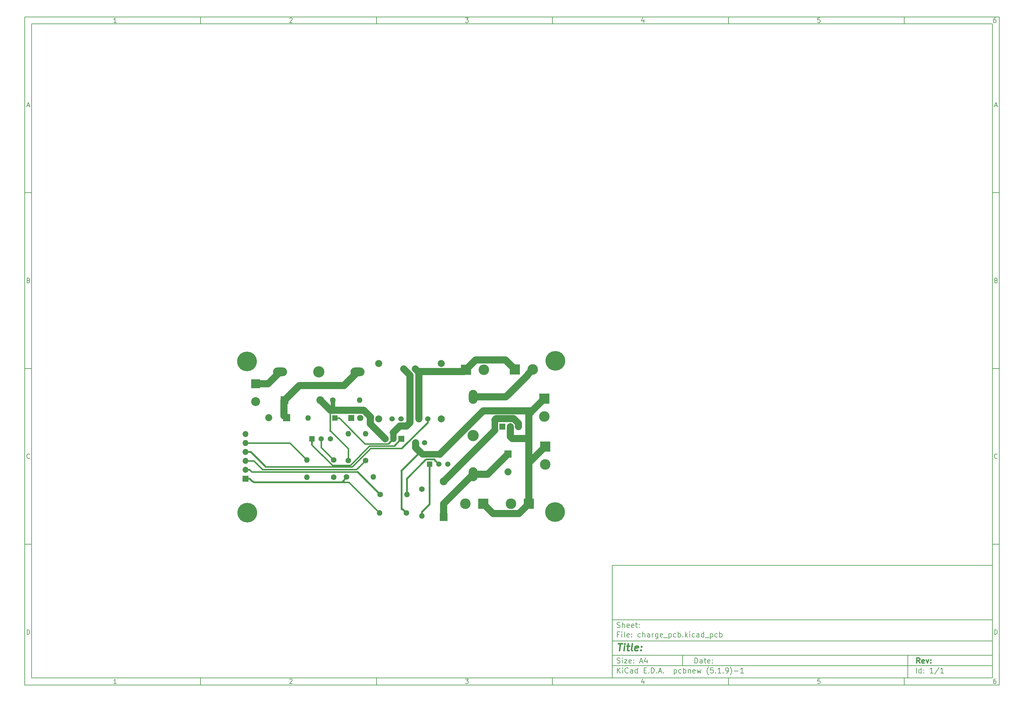
<source format=gbr>
%TF.GenerationSoftware,KiCad,Pcbnew,(5.1.9)-1*%
%TF.CreationDate,2021-04-13T21:26:07+02:00*%
%TF.ProjectId,charge_pcb,63686172-6765-45f7-9063-622e6b696361,rev?*%
%TF.SameCoordinates,Original*%
%TF.FileFunction,Copper,L2,Bot*%
%TF.FilePolarity,Positive*%
%FSLAX46Y46*%
G04 Gerber Fmt 4.6, Leading zero omitted, Abs format (unit mm)*
G04 Created by KiCad (PCBNEW (5.1.9)-1) date 2021-04-13 21:26:07*
%MOMM*%
%LPD*%
G01*
G04 APERTURE LIST*
%ADD10C,0.100000*%
%ADD11C,0.150000*%
%ADD12C,0.300000*%
%ADD13C,0.400000*%
%TA.AperFunction,ComponentPad*%
%ADD14C,3.000000*%
%TD*%
%TA.AperFunction,ComponentPad*%
%ADD15R,3.000000X3.000000*%
%TD*%
%TA.AperFunction,ConnectorPad*%
%ADD16C,5.600000*%
%TD*%
%TA.AperFunction,ComponentPad*%
%ADD17C,3.600000*%
%TD*%
%TA.AperFunction,ComponentPad*%
%ADD18C,1.800000*%
%TD*%
%TA.AperFunction,ComponentPad*%
%ADD19R,1.800000X1.800000*%
%TD*%
%TA.AperFunction,ComponentPad*%
%ADD20O,1.600000X1.600000*%
%TD*%
%TA.AperFunction,ComponentPad*%
%ADD21C,1.600000*%
%TD*%
%TA.AperFunction,ComponentPad*%
%ADD22C,1.524000*%
%TD*%
%TA.AperFunction,ComponentPad*%
%ADD23C,2.000000*%
%TD*%
%TA.AperFunction,ComponentPad*%
%ADD24O,1.714500X1.800000*%
%TD*%
%TA.AperFunction,ComponentPad*%
%ADD25R,1.714500X1.800000*%
%TD*%
%TA.AperFunction,ComponentPad*%
%ADD26R,1.500000X1.500000*%
%TD*%
%TA.AperFunction,ComponentPad*%
%ADD27C,1.500000*%
%TD*%
%TA.AperFunction,ComponentPad*%
%ADD28O,1.700000X1.700000*%
%TD*%
%TA.AperFunction,ComponentPad*%
%ADD29R,1.700000X1.700000*%
%TD*%
%TA.AperFunction,ComponentPad*%
%ADD30C,3.200000*%
%TD*%
%TA.AperFunction,ComponentPad*%
%ADD31O,2.499360X4.000500*%
%TD*%
%TA.AperFunction,ComponentPad*%
%ADD32O,4.000500X2.499360*%
%TD*%
%TA.AperFunction,ComponentPad*%
%ADD33O,2.200000X2.200000*%
%TD*%
%TA.AperFunction,ComponentPad*%
%ADD34R,2.200000X2.200000*%
%TD*%
%TA.AperFunction,ComponentPad*%
%ADD35O,2.000000X2.000000*%
%TD*%
%TA.AperFunction,ComponentPad*%
%ADD36R,2.000000X2.000000*%
%TD*%
%TA.AperFunction,ComponentPad*%
%ADD37R,1.600000X1.600000*%
%TD*%
%TA.AperFunction,ComponentPad*%
%ADD38C,1.501140*%
%TD*%
%TA.AperFunction,ComponentPad*%
%ADD39C,2.540000*%
%TD*%
%TA.AperFunction,ComponentPad*%
%ADD40R,2.540000X2.540000*%
%TD*%
%TA.AperFunction,Conductor*%
%ADD41C,2.000000*%
%TD*%
%TA.AperFunction,Conductor*%
%ADD42C,0.500000*%
%TD*%
%TA.AperFunction,Conductor*%
%ADD43C,1.900000*%
%TD*%
%TA.AperFunction,Conductor*%
%ADD44C,0.254000*%
%TD*%
%TA.AperFunction,Conductor*%
%ADD45C,0.400000*%
%TD*%
%TA.AperFunction,Conductor*%
%ADD46C,1.250000*%
%TD*%
%TA.AperFunction,Conductor*%
%ADD47C,1.800000*%
%TD*%
G04 APERTURE END LIST*
D10*
D11*
X177002200Y-166007200D02*
X177002200Y-198007200D01*
X285002200Y-198007200D01*
X285002200Y-166007200D01*
X177002200Y-166007200D01*
D10*
D11*
X10000000Y-10000000D02*
X10000000Y-200007200D01*
X287002200Y-200007200D01*
X287002200Y-10000000D01*
X10000000Y-10000000D01*
D10*
D11*
X12000000Y-12000000D02*
X12000000Y-198007200D01*
X285002200Y-198007200D01*
X285002200Y-12000000D01*
X12000000Y-12000000D01*
D10*
D11*
X60000000Y-12000000D02*
X60000000Y-10000000D01*
D10*
D11*
X110000000Y-12000000D02*
X110000000Y-10000000D01*
D10*
D11*
X160000000Y-12000000D02*
X160000000Y-10000000D01*
D10*
D11*
X210000000Y-12000000D02*
X210000000Y-10000000D01*
D10*
D11*
X260000000Y-12000000D02*
X260000000Y-10000000D01*
D10*
D11*
X36065476Y-11588095D02*
X35322619Y-11588095D01*
X35694047Y-11588095D02*
X35694047Y-10288095D01*
X35570238Y-10473809D01*
X35446428Y-10597619D01*
X35322619Y-10659523D01*
D10*
D11*
X85322619Y-10411904D02*
X85384523Y-10350000D01*
X85508333Y-10288095D01*
X85817857Y-10288095D01*
X85941666Y-10350000D01*
X86003571Y-10411904D01*
X86065476Y-10535714D01*
X86065476Y-10659523D01*
X86003571Y-10845238D01*
X85260714Y-11588095D01*
X86065476Y-11588095D01*
D10*
D11*
X135260714Y-10288095D02*
X136065476Y-10288095D01*
X135632142Y-10783333D01*
X135817857Y-10783333D01*
X135941666Y-10845238D01*
X136003571Y-10907142D01*
X136065476Y-11030952D01*
X136065476Y-11340476D01*
X136003571Y-11464285D01*
X135941666Y-11526190D01*
X135817857Y-11588095D01*
X135446428Y-11588095D01*
X135322619Y-11526190D01*
X135260714Y-11464285D01*
D10*
D11*
X185941666Y-10721428D02*
X185941666Y-11588095D01*
X185632142Y-10226190D02*
X185322619Y-11154761D01*
X186127380Y-11154761D01*
D10*
D11*
X236003571Y-10288095D02*
X235384523Y-10288095D01*
X235322619Y-10907142D01*
X235384523Y-10845238D01*
X235508333Y-10783333D01*
X235817857Y-10783333D01*
X235941666Y-10845238D01*
X236003571Y-10907142D01*
X236065476Y-11030952D01*
X236065476Y-11340476D01*
X236003571Y-11464285D01*
X235941666Y-11526190D01*
X235817857Y-11588095D01*
X235508333Y-11588095D01*
X235384523Y-11526190D01*
X235322619Y-11464285D01*
D10*
D11*
X285941666Y-10288095D02*
X285694047Y-10288095D01*
X285570238Y-10350000D01*
X285508333Y-10411904D01*
X285384523Y-10597619D01*
X285322619Y-10845238D01*
X285322619Y-11340476D01*
X285384523Y-11464285D01*
X285446428Y-11526190D01*
X285570238Y-11588095D01*
X285817857Y-11588095D01*
X285941666Y-11526190D01*
X286003571Y-11464285D01*
X286065476Y-11340476D01*
X286065476Y-11030952D01*
X286003571Y-10907142D01*
X285941666Y-10845238D01*
X285817857Y-10783333D01*
X285570238Y-10783333D01*
X285446428Y-10845238D01*
X285384523Y-10907142D01*
X285322619Y-11030952D01*
D10*
D11*
X60000000Y-198007200D02*
X60000000Y-200007200D01*
D10*
D11*
X110000000Y-198007200D02*
X110000000Y-200007200D01*
D10*
D11*
X160000000Y-198007200D02*
X160000000Y-200007200D01*
D10*
D11*
X210000000Y-198007200D02*
X210000000Y-200007200D01*
D10*
D11*
X260000000Y-198007200D02*
X260000000Y-200007200D01*
D10*
D11*
X36065476Y-199595295D02*
X35322619Y-199595295D01*
X35694047Y-199595295D02*
X35694047Y-198295295D01*
X35570238Y-198481009D01*
X35446428Y-198604819D01*
X35322619Y-198666723D01*
D10*
D11*
X85322619Y-198419104D02*
X85384523Y-198357200D01*
X85508333Y-198295295D01*
X85817857Y-198295295D01*
X85941666Y-198357200D01*
X86003571Y-198419104D01*
X86065476Y-198542914D01*
X86065476Y-198666723D01*
X86003571Y-198852438D01*
X85260714Y-199595295D01*
X86065476Y-199595295D01*
D10*
D11*
X135260714Y-198295295D02*
X136065476Y-198295295D01*
X135632142Y-198790533D01*
X135817857Y-198790533D01*
X135941666Y-198852438D01*
X136003571Y-198914342D01*
X136065476Y-199038152D01*
X136065476Y-199347676D01*
X136003571Y-199471485D01*
X135941666Y-199533390D01*
X135817857Y-199595295D01*
X135446428Y-199595295D01*
X135322619Y-199533390D01*
X135260714Y-199471485D01*
D10*
D11*
X185941666Y-198728628D02*
X185941666Y-199595295D01*
X185632142Y-198233390D02*
X185322619Y-199161961D01*
X186127380Y-199161961D01*
D10*
D11*
X236003571Y-198295295D02*
X235384523Y-198295295D01*
X235322619Y-198914342D01*
X235384523Y-198852438D01*
X235508333Y-198790533D01*
X235817857Y-198790533D01*
X235941666Y-198852438D01*
X236003571Y-198914342D01*
X236065476Y-199038152D01*
X236065476Y-199347676D01*
X236003571Y-199471485D01*
X235941666Y-199533390D01*
X235817857Y-199595295D01*
X235508333Y-199595295D01*
X235384523Y-199533390D01*
X235322619Y-199471485D01*
D10*
D11*
X285941666Y-198295295D02*
X285694047Y-198295295D01*
X285570238Y-198357200D01*
X285508333Y-198419104D01*
X285384523Y-198604819D01*
X285322619Y-198852438D01*
X285322619Y-199347676D01*
X285384523Y-199471485D01*
X285446428Y-199533390D01*
X285570238Y-199595295D01*
X285817857Y-199595295D01*
X285941666Y-199533390D01*
X286003571Y-199471485D01*
X286065476Y-199347676D01*
X286065476Y-199038152D01*
X286003571Y-198914342D01*
X285941666Y-198852438D01*
X285817857Y-198790533D01*
X285570238Y-198790533D01*
X285446428Y-198852438D01*
X285384523Y-198914342D01*
X285322619Y-199038152D01*
D10*
D11*
X10000000Y-60000000D02*
X12000000Y-60000000D01*
D10*
D11*
X10000000Y-110000000D02*
X12000000Y-110000000D01*
D10*
D11*
X10000000Y-160000000D02*
X12000000Y-160000000D01*
D10*
D11*
X10690476Y-35216666D02*
X11309523Y-35216666D01*
X10566666Y-35588095D02*
X11000000Y-34288095D01*
X11433333Y-35588095D01*
D10*
D11*
X11092857Y-84907142D02*
X11278571Y-84969047D01*
X11340476Y-85030952D01*
X11402380Y-85154761D01*
X11402380Y-85340476D01*
X11340476Y-85464285D01*
X11278571Y-85526190D01*
X11154761Y-85588095D01*
X10659523Y-85588095D01*
X10659523Y-84288095D01*
X11092857Y-84288095D01*
X11216666Y-84350000D01*
X11278571Y-84411904D01*
X11340476Y-84535714D01*
X11340476Y-84659523D01*
X11278571Y-84783333D01*
X11216666Y-84845238D01*
X11092857Y-84907142D01*
X10659523Y-84907142D01*
D10*
D11*
X11402380Y-135464285D02*
X11340476Y-135526190D01*
X11154761Y-135588095D01*
X11030952Y-135588095D01*
X10845238Y-135526190D01*
X10721428Y-135402380D01*
X10659523Y-135278571D01*
X10597619Y-135030952D01*
X10597619Y-134845238D01*
X10659523Y-134597619D01*
X10721428Y-134473809D01*
X10845238Y-134350000D01*
X11030952Y-134288095D01*
X11154761Y-134288095D01*
X11340476Y-134350000D01*
X11402380Y-134411904D01*
D10*
D11*
X10659523Y-185588095D02*
X10659523Y-184288095D01*
X10969047Y-184288095D01*
X11154761Y-184350000D01*
X11278571Y-184473809D01*
X11340476Y-184597619D01*
X11402380Y-184845238D01*
X11402380Y-185030952D01*
X11340476Y-185278571D01*
X11278571Y-185402380D01*
X11154761Y-185526190D01*
X10969047Y-185588095D01*
X10659523Y-185588095D01*
D10*
D11*
X287002200Y-60000000D02*
X285002200Y-60000000D01*
D10*
D11*
X287002200Y-110000000D02*
X285002200Y-110000000D01*
D10*
D11*
X287002200Y-160000000D02*
X285002200Y-160000000D01*
D10*
D11*
X285692676Y-35216666D02*
X286311723Y-35216666D01*
X285568866Y-35588095D02*
X286002200Y-34288095D01*
X286435533Y-35588095D01*
D10*
D11*
X286095057Y-84907142D02*
X286280771Y-84969047D01*
X286342676Y-85030952D01*
X286404580Y-85154761D01*
X286404580Y-85340476D01*
X286342676Y-85464285D01*
X286280771Y-85526190D01*
X286156961Y-85588095D01*
X285661723Y-85588095D01*
X285661723Y-84288095D01*
X286095057Y-84288095D01*
X286218866Y-84350000D01*
X286280771Y-84411904D01*
X286342676Y-84535714D01*
X286342676Y-84659523D01*
X286280771Y-84783333D01*
X286218866Y-84845238D01*
X286095057Y-84907142D01*
X285661723Y-84907142D01*
D10*
D11*
X286404580Y-135464285D02*
X286342676Y-135526190D01*
X286156961Y-135588095D01*
X286033152Y-135588095D01*
X285847438Y-135526190D01*
X285723628Y-135402380D01*
X285661723Y-135278571D01*
X285599819Y-135030952D01*
X285599819Y-134845238D01*
X285661723Y-134597619D01*
X285723628Y-134473809D01*
X285847438Y-134350000D01*
X286033152Y-134288095D01*
X286156961Y-134288095D01*
X286342676Y-134350000D01*
X286404580Y-134411904D01*
D10*
D11*
X285661723Y-185588095D02*
X285661723Y-184288095D01*
X285971247Y-184288095D01*
X286156961Y-184350000D01*
X286280771Y-184473809D01*
X286342676Y-184597619D01*
X286404580Y-184845238D01*
X286404580Y-185030952D01*
X286342676Y-185278571D01*
X286280771Y-185402380D01*
X286156961Y-185526190D01*
X285971247Y-185588095D01*
X285661723Y-185588095D01*
D10*
D11*
X200434342Y-193785771D02*
X200434342Y-192285771D01*
X200791485Y-192285771D01*
X201005771Y-192357200D01*
X201148628Y-192500057D01*
X201220057Y-192642914D01*
X201291485Y-192928628D01*
X201291485Y-193142914D01*
X201220057Y-193428628D01*
X201148628Y-193571485D01*
X201005771Y-193714342D01*
X200791485Y-193785771D01*
X200434342Y-193785771D01*
X202577200Y-193785771D02*
X202577200Y-193000057D01*
X202505771Y-192857200D01*
X202362914Y-192785771D01*
X202077200Y-192785771D01*
X201934342Y-192857200D01*
X202577200Y-193714342D02*
X202434342Y-193785771D01*
X202077200Y-193785771D01*
X201934342Y-193714342D01*
X201862914Y-193571485D01*
X201862914Y-193428628D01*
X201934342Y-193285771D01*
X202077200Y-193214342D01*
X202434342Y-193214342D01*
X202577200Y-193142914D01*
X203077200Y-192785771D02*
X203648628Y-192785771D01*
X203291485Y-192285771D02*
X203291485Y-193571485D01*
X203362914Y-193714342D01*
X203505771Y-193785771D01*
X203648628Y-193785771D01*
X204720057Y-193714342D02*
X204577200Y-193785771D01*
X204291485Y-193785771D01*
X204148628Y-193714342D01*
X204077200Y-193571485D01*
X204077200Y-193000057D01*
X204148628Y-192857200D01*
X204291485Y-192785771D01*
X204577200Y-192785771D01*
X204720057Y-192857200D01*
X204791485Y-193000057D01*
X204791485Y-193142914D01*
X204077200Y-193285771D01*
X205434342Y-193642914D02*
X205505771Y-193714342D01*
X205434342Y-193785771D01*
X205362914Y-193714342D01*
X205434342Y-193642914D01*
X205434342Y-193785771D01*
X205434342Y-192857200D02*
X205505771Y-192928628D01*
X205434342Y-193000057D01*
X205362914Y-192928628D01*
X205434342Y-192857200D01*
X205434342Y-193000057D01*
D10*
D11*
X177002200Y-194507200D02*
X285002200Y-194507200D01*
D10*
D11*
X178434342Y-196585771D02*
X178434342Y-195085771D01*
X179291485Y-196585771D02*
X178648628Y-195728628D01*
X179291485Y-195085771D02*
X178434342Y-195942914D01*
X179934342Y-196585771D02*
X179934342Y-195585771D01*
X179934342Y-195085771D02*
X179862914Y-195157200D01*
X179934342Y-195228628D01*
X180005771Y-195157200D01*
X179934342Y-195085771D01*
X179934342Y-195228628D01*
X181505771Y-196442914D02*
X181434342Y-196514342D01*
X181220057Y-196585771D01*
X181077200Y-196585771D01*
X180862914Y-196514342D01*
X180720057Y-196371485D01*
X180648628Y-196228628D01*
X180577200Y-195942914D01*
X180577200Y-195728628D01*
X180648628Y-195442914D01*
X180720057Y-195300057D01*
X180862914Y-195157200D01*
X181077200Y-195085771D01*
X181220057Y-195085771D01*
X181434342Y-195157200D01*
X181505771Y-195228628D01*
X182791485Y-196585771D02*
X182791485Y-195800057D01*
X182720057Y-195657200D01*
X182577200Y-195585771D01*
X182291485Y-195585771D01*
X182148628Y-195657200D01*
X182791485Y-196514342D02*
X182648628Y-196585771D01*
X182291485Y-196585771D01*
X182148628Y-196514342D01*
X182077200Y-196371485D01*
X182077200Y-196228628D01*
X182148628Y-196085771D01*
X182291485Y-196014342D01*
X182648628Y-196014342D01*
X182791485Y-195942914D01*
X184148628Y-196585771D02*
X184148628Y-195085771D01*
X184148628Y-196514342D02*
X184005771Y-196585771D01*
X183720057Y-196585771D01*
X183577200Y-196514342D01*
X183505771Y-196442914D01*
X183434342Y-196300057D01*
X183434342Y-195871485D01*
X183505771Y-195728628D01*
X183577200Y-195657200D01*
X183720057Y-195585771D01*
X184005771Y-195585771D01*
X184148628Y-195657200D01*
X186005771Y-195800057D02*
X186505771Y-195800057D01*
X186720057Y-196585771D02*
X186005771Y-196585771D01*
X186005771Y-195085771D01*
X186720057Y-195085771D01*
X187362914Y-196442914D02*
X187434342Y-196514342D01*
X187362914Y-196585771D01*
X187291485Y-196514342D01*
X187362914Y-196442914D01*
X187362914Y-196585771D01*
X188077200Y-196585771D02*
X188077200Y-195085771D01*
X188434342Y-195085771D01*
X188648628Y-195157200D01*
X188791485Y-195300057D01*
X188862914Y-195442914D01*
X188934342Y-195728628D01*
X188934342Y-195942914D01*
X188862914Y-196228628D01*
X188791485Y-196371485D01*
X188648628Y-196514342D01*
X188434342Y-196585771D01*
X188077200Y-196585771D01*
X189577200Y-196442914D02*
X189648628Y-196514342D01*
X189577200Y-196585771D01*
X189505771Y-196514342D01*
X189577200Y-196442914D01*
X189577200Y-196585771D01*
X190220057Y-196157200D02*
X190934342Y-196157200D01*
X190077200Y-196585771D02*
X190577200Y-195085771D01*
X191077200Y-196585771D01*
X191577200Y-196442914D02*
X191648628Y-196514342D01*
X191577200Y-196585771D01*
X191505771Y-196514342D01*
X191577200Y-196442914D01*
X191577200Y-196585771D01*
X194577200Y-195585771D02*
X194577200Y-197085771D01*
X194577200Y-195657200D02*
X194720057Y-195585771D01*
X195005771Y-195585771D01*
X195148628Y-195657200D01*
X195220057Y-195728628D01*
X195291485Y-195871485D01*
X195291485Y-196300057D01*
X195220057Y-196442914D01*
X195148628Y-196514342D01*
X195005771Y-196585771D01*
X194720057Y-196585771D01*
X194577200Y-196514342D01*
X196577200Y-196514342D02*
X196434342Y-196585771D01*
X196148628Y-196585771D01*
X196005771Y-196514342D01*
X195934342Y-196442914D01*
X195862914Y-196300057D01*
X195862914Y-195871485D01*
X195934342Y-195728628D01*
X196005771Y-195657200D01*
X196148628Y-195585771D01*
X196434342Y-195585771D01*
X196577200Y-195657200D01*
X197220057Y-196585771D02*
X197220057Y-195085771D01*
X197220057Y-195657200D02*
X197362914Y-195585771D01*
X197648628Y-195585771D01*
X197791485Y-195657200D01*
X197862914Y-195728628D01*
X197934342Y-195871485D01*
X197934342Y-196300057D01*
X197862914Y-196442914D01*
X197791485Y-196514342D01*
X197648628Y-196585771D01*
X197362914Y-196585771D01*
X197220057Y-196514342D01*
X198577200Y-195585771D02*
X198577200Y-196585771D01*
X198577200Y-195728628D02*
X198648628Y-195657200D01*
X198791485Y-195585771D01*
X199005771Y-195585771D01*
X199148628Y-195657200D01*
X199220057Y-195800057D01*
X199220057Y-196585771D01*
X200505771Y-196514342D02*
X200362914Y-196585771D01*
X200077200Y-196585771D01*
X199934342Y-196514342D01*
X199862914Y-196371485D01*
X199862914Y-195800057D01*
X199934342Y-195657200D01*
X200077200Y-195585771D01*
X200362914Y-195585771D01*
X200505771Y-195657200D01*
X200577200Y-195800057D01*
X200577200Y-195942914D01*
X199862914Y-196085771D01*
X201077200Y-195585771D02*
X201362914Y-196585771D01*
X201648628Y-195871485D01*
X201934342Y-196585771D01*
X202220057Y-195585771D01*
X204362914Y-197157200D02*
X204291485Y-197085771D01*
X204148628Y-196871485D01*
X204077200Y-196728628D01*
X204005771Y-196514342D01*
X203934342Y-196157200D01*
X203934342Y-195871485D01*
X204005771Y-195514342D01*
X204077200Y-195300057D01*
X204148628Y-195157200D01*
X204291485Y-194942914D01*
X204362914Y-194871485D01*
X205648628Y-195085771D02*
X204934342Y-195085771D01*
X204862914Y-195800057D01*
X204934342Y-195728628D01*
X205077200Y-195657200D01*
X205434342Y-195657200D01*
X205577200Y-195728628D01*
X205648628Y-195800057D01*
X205720057Y-195942914D01*
X205720057Y-196300057D01*
X205648628Y-196442914D01*
X205577200Y-196514342D01*
X205434342Y-196585771D01*
X205077200Y-196585771D01*
X204934342Y-196514342D01*
X204862914Y-196442914D01*
X206362914Y-196442914D02*
X206434342Y-196514342D01*
X206362914Y-196585771D01*
X206291485Y-196514342D01*
X206362914Y-196442914D01*
X206362914Y-196585771D01*
X207862914Y-196585771D02*
X207005771Y-196585771D01*
X207434342Y-196585771D02*
X207434342Y-195085771D01*
X207291485Y-195300057D01*
X207148628Y-195442914D01*
X207005771Y-195514342D01*
X208505771Y-196442914D02*
X208577200Y-196514342D01*
X208505771Y-196585771D01*
X208434342Y-196514342D01*
X208505771Y-196442914D01*
X208505771Y-196585771D01*
X209291485Y-196585771D02*
X209577200Y-196585771D01*
X209720057Y-196514342D01*
X209791485Y-196442914D01*
X209934342Y-196228628D01*
X210005771Y-195942914D01*
X210005771Y-195371485D01*
X209934342Y-195228628D01*
X209862914Y-195157200D01*
X209720057Y-195085771D01*
X209434342Y-195085771D01*
X209291485Y-195157200D01*
X209220057Y-195228628D01*
X209148628Y-195371485D01*
X209148628Y-195728628D01*
X209220057Y-195871485D01*
X209291485Y-195942914D01*
X209434342Y-196014342D01*
X209720057Y-196014342D01*
X209862914Y-195942914D01*
X209934342Y-195871485D01*
X210005771Y-195728628D01*
X210505771Y-197157200D02*
X210577200Y-197085771D01*
X210720057Y-196871485D01*
X210791485Y-196728628D01*
X210862914Y-196514342D01*
X210934342Y-196157200D01*
X210934342Y-195871485D01*
X210862914Y-195514342D01*
X210791485Y-195300057D01*
X210720057Y-195157200D01*
X210577200Y-194942914D01*
X210505771Y-194871485D01*
X211648628Y-196014342D02*
X212791485Y-196014342D01*
X214291485Y-196585771D02*
X213434342Y-196585771D01*
X213862914Y-196585771D02*
X213862914Y-195085771D01*
X213720057Y-195300057D01*
X213577200Y-195442914D01*
X213434342Y-195514342D01*
D10*
D11*
X177002200Y-191507200D02*
X285002200Y-191507200D01*
D10*
D12*
X264411485Y-193785771D02*
X263911485Y-193071485D01*
X263554342Y-193785771D02*
X263554342Y-192285771D01*
X264125771Y-192285771D01*
X264268628Y-192357200D01*
X264340057Y-192428628D01*
X264411485Y-192571485D01*
X264411485Y-192785771D01*
X264340057Y-192928628D01*
X264268628Y-193000057D01*
X264125771Y-193071485D01*
X263554342Y-193071485D01*
X265625771Y-193714342D02*
X265482914Y-193785771D01*
X265197200Y-193785771D01*
X265054342Y-193714342D01*
X264982914Y-193571485D01*
X264982914Y-193000057D01*
X265054342Y-192857200D01*
X265197200Y-192785771D01*
X265482914Y-192785771D01*
X265625771Y-192857200D01*
X265697200Y-193000057D01*
X265697200Y-193142914D01*
X264982914Y-193285771D01*
X266197200Y-192785771D02*
X266554342Y-193785771D01*
X266911485Y-192785771D01*
X267482914Y-193642914D02*
X267554342Y-193714342D01*
X267482914Y-193785771D01*
X267411485Y-193714342D01*
X267482914Y-193642914D01*
X267482914Y-193785771D01*
X267482914Y-192857200D02*
X267554342Y-192928628D01*
X267482914Y-193000057D01*
X267411485Y-192928628D01*
X267482914Y-192857200D01*
X267482914Y-193000057D01*
D10*
D11*
X178362914Y-193714342D02*
X178577200Y-193785771D01*
X178934342Y-193785771D01*
X179077200Y-193714342D01*
X179148628Y-193642914D01*
X179220057Y-193500057D01*
X179220057Y-193357200D01*
X179148628Y-193214342D01*
X179077200Y-193142914D01*
X178934342Y-193071485D01*
X178648628Y-193000057D01*
X178505771Y-192928628D01*
X178434342Y-192857200D01*
X178362914Y-192714342D01*
X178362914Y-192571485D01*
X178434342Y-192428628D01*
X178505771Y-192357200D01*
X178648628Y-192285771D01*
X179005771Y-192285771D01*
X179220057Y-192357200D01*
X179862914Y-193785771D02*
X179862914Y-192785771D01*
X179862914Y-192285771D02*
X179791485Y-192357200D01*
X179862914Y-192428628D01*
X179934342Y-192357200D01*
X179862914Y-192285771D01*
X179862914Y-192428628D01*
X180434342Y-192785771D02*
X181220057Y-192785771D01*
X180434342Y-193785771D01*
X181220057Y-193785771D01*
X182362914Y-193714342D02*
X182220057Y-193785771D01*
X181934342Y-193785771D01*
X181791485Y-193714342D01*
X181720057Y-193571485D01*
X181720057Y-193000057D01*
X181791485Y-192857200D01*
X181934342Y-192785771D01*
X182220057Y-192785771D01*
X182362914Y-192857200D01*
X182434342Y-193000057D01*
X182434342Y-193142914D01*
X181720057Y-193285771D01*
X183077200Y-193642914D02*
X183148628Y-193714342D01*
X183077200Y-193785771D01*
X183005771Y-193714342D01*
X183077200Y-193642914D01*
X183077200Y-193785771D01*
X183077200Y-192857200D02*
X183148628Y-192928628D01*
X183077200Y-193000057D01*
X183005771Y-192928628D01*
X183077200Y-192857200D01*
X183077200Y-193000057D01*
X184862914Y-193357200D02*
X185577200Y-193357200D01*
X184720057Y-193785771D02*
X185220057Y-192285771D01*
X185720057Y-193785771D01*
X186862914Y-192785771D02*
X186862914Y-193785771D01*
X186505771Y-192214342D02*
X186148628Y-193285771D01*
X187077200Y-193285771D01*
D10*
D11*
X263434342Y-196585771D02*
X263434342Y-195085771D01*
X264791485Y-196585771D02*
X264791485Y-195085771D01*
X264791485Y-196514342D02*
X264648628Y-196585771D01*
X264362914Y-196585771D01*
X264220057Y-196514342D01*
X264148628Y-196442914D01*
X264077200Y-196300057D01*
X264077200Y-195871485D01*
X264148628Y-195728628D01*
X264220057Y-195657200D01*
X264362914Y-195585771D01*
X264648628Y-195585771D01*
X264791485Y-195657200D01*
X265505771Y-196442914D02*
X265577200Y-196514342D01*
X265505771Y-196585771D01*
X265434342Y-196514342D01*
X265505771Y-196442914D01*
X265505771Y-196585771D01*
X265505771Y-195657200D02*
X265577200Y-195728628D01*
X265505771Y-195800057D01*
X265434342Y-195728628D01*
X265505771Y-195657200D01*
X265505771Y-195800057D01*
X268148628Y-196585771D02*
X267291485Y-196585771D01*
X267720057Y-196585771D02*
X267720057Y-195085771D01*
X267577200Y-195300057D01*
X267434342Y-195442914D01*
X267291485Y-195514342D01*
X269862914Y-195014342D02*
X268577200Y-196942914D01*
X271148628Y-196585771D02*
X270291485Y-196585771D01*
X270720057Y-196585771D02*
X270720057Y-195085771D01*
X270577200Y-195300057D01*
X270434342Y-195442914D01*
X270291485Y-195514342D01*
D10*
D11*
X177002200Y-187507200D02*
X285002200Y-187507200D01*
D10*
D13*
X178714580Y-188211961D02*
X179857438Y-188211961D01*
X179036009Y-190211961D02*
X179286009Y-188211961D01*
X180274104Y-190211961D02*
X180440771Y-188878628D01*
X180524104Y-188211961D02*
X180416961Y-188307200D01*
X180500295Y-188402438D01*
X180607438Y-188307200D01*
X180524104Y-188211961D01*
X180500295Y-188402438D01*
X181107438Y-188878628D02*
X181869342Y-188878628D01*
X181476485Y-188211961D02*
X181262200Y-189926247D01*
X181333628Y-190116723D01*
X181512200Y-190211961D01*
X181702676Y-190211961D01*
X182655057Y-190211961D02*
X182476485Y-190116723D01*
X182405057Y-189926247D01*
X182619342Y-188211961D01*
X184190771Y-190116723D02*
X183988390Y-190211961D01*
X183607438Y-190211961D01*
X183428866Y-190116723D01*
X183357438Y-189926247D01*
X183452676Y-189164342D01*
X183571723Y-188973866D01*
X183774104Y-188878628D01*
X184155057Y-188878628D01*
X184333628Y-188973866D01*
X184405057Y-189164342D01*
X184381247Y-189354819D01*
X183405057Y-189545295D01*
X185155057Y-190021485D02*
X185238390Y-190116723D01*
X185131247Y-190211961D01*
X185047914Y-190116723D01*
X185155057Y-190021485D01*
X185131247Y-190211961D01*
X185286009Y-188973866D02*
X185369342Y-189069104D01*
X185262200Y-189164342D01*
X185178866Y-189069104D01*
X185286009Y-188973866D01*
X185262200Y-189164342D01*
D10*
D11*
X178934342Y-185600057D02*
X178434342Y-185600057D01*
X178434342Y-186385771D02*
X178434342Y-184885771D01*
X179148628Y-184885771D01*
X179720057Y-186385771D02*
X179720057Y-185385771D01*
X179720057Y-184885771D02*
X179648628Y-184957200D01*
X179720057Y-185028628D01*
X179791485Y-184957200D01*
X179720057Y-184885771D01*
X179720057Y-185028628D01*
X180648628Y-186385771D02*
X180505771Y-186314342D01*
X180434342Y-186171485D01*
X180434342Y-184885771D01*
X181791485Y-186314342D02*
X181648628Y-186385771D01*
X181362914Y-186385771D01*
X181220057Y-186314342D01*
X181148628Y-186171485D01*
X181148628Y-185600057D01*
X181220057Y-185457200D01*
X181362914Y-185385771D01*
X181648628Y-185385771D01*
X181791485Y-185457200D01*
X181862914Y-185600057D01*
X181862914Y-185742914D01*
X181148628Y-185885771D01*
X182505771Y-186242914D02*
X182577200Y-186314342D01*
X182505771Y-186385771D01*
X182434342Y-186314342D01*
X182505771Y-186242914D01*
X182505771Y-186385771D01*
X182505771Y-185457200D02*
X182577200Y-185528628D01*
X182505771Y-185600057D01*
X182434342Y-185528628D01*
X182505771Y-185457200D01*
X182505771Y-185600057D01*
X185005771Y-186314342D02*
X184862914Y-186385771D01*
X184577200Y-186385771D01*
X184434342Y-186314342D01*
X184362914Y-186242914D01*
X184291485Y-186100057D01*
X184291485Y-185671485D01*
X184362914Y-185528628D01*
X184434342Y-185457200D01*
X184577200Y-185385771D01*
X184862914Y-185385771D01*
X185005771Y-185457200D01*
X185648628Y-186385771D02*
X185648628Y-184885771D01*
X186291485Y-186385771D02*
X186291485Y-185600057D01*
X186220057Y-185457200D01*
X186077200Y-185385771D01*
X185862914Y-185385771D01*
X185720057Y-185457200D01*
X185648628Y-185528628D01*
X187648628Y-186385771D02*
X187648628Y-185600057D01*
X187577200Y-185457200D01*
X187434342Y-185385771D01*
X187148628Y-185385771D01*
X187005771Y-185457200D01*
X187648628Y-186314342D02*
X187505771Y-186385771D01*
X187148628Y-186385771D01*
X187005771Y-186314342D01*
X186934342Y-186171485D01*
X186934342Y-186028628D01*
X187005771Y-185885771D01*
X187148628Y-185814342D01*
X187505771Y-185814342D01*
X187648628Y-185742914D01*
X188362914Y-186385771D02*
X188362914Y-185385771D01*
X188362914Y-185671485D02*
X188434342Y-185528628D01*
X188505771Y-185457200D01*
X188648628Y-185385771D01*
X188791485Y-185385771D01*
X189934342Y-185385771D02*
X189934342Y-186600057D01*
X189862914Y-186742914D01*
X189791485Y-186814342D01*
X189648628Y-186885771D01*
X189434342Y-186885771D01*
X189291485Y-186814342D01*
X189934342Y-186314342D02*
X189791485Y-186385771D01*
X189505771Y-186385771D01*
X189362914Y-186314342D01*
X189291485Y-186242914D01*
X189220057Y-186100057D01*
X189220057Y-185671485D01*
X189291485Y-185528628D01*
X189362914Y-185457200D01*
X189505771Y-185385771D01*
X189791485Y-185385771D01*
X189934342Y-185457200D01*
X191220057Y-186314342D02*
X191077200Y-186385771D01*
X190791485Y-186385771D01*
X190648628Y-186314342D01*
X190577200Y-186171485D01*
X190577200Y-185600057D01*
X190648628Y-185457200D01*
X190791485Y-185385771D01*
X191077200Y-185385771D01*
X191220057Y-185457200D01*
X191291485Y-185600057D01*
X191291485Y-185742914D01*
X190577200Y-185885771D01*
X191577200Y-186528628D02*
X192720057Y-186528628D01*
X193077200Y-185385771D02*
X193077200Y-186885771D01*
X193077200Y-185457200D02*
X193220057Y-185385771D01*
X193505771Y-185385771D01*
X193648628Y-185457200D01*
X193720057Y-185528628D01*
X193791485Y-185671485D01*
X193791485Y-186100057D01*
X193720057Y-186242914D01*
X193648628Y-186314342D01*
X193505771Y-186385771D01*
X193220057Y-186385771D01*
X193077200Y-186314342D01*
X195077200Y-186314342D02*
X194934342Y-186385771D01*
X194648628Y-186385771D01*
X194505771Y-186314342D01*
X194434342Y-186242914D01*
X194362914Y-186100057D01*
X194362914Y-185671485D01*
X194434342Y-185528628D01*
X194505771Y-185457200D01*
X194648628Y-185385771D01*
X194934342Y-185385771D01*
X195077200Y-185457200D01*
X195720057Y-186385771D02*
X195720057Y-184885771D01*
X195720057Y-185457200D02*
X195862914Y-185385771D01*
X196148628Y-185385771D01*
X196291485Y-185457200D01*
X196362914Y-185528628D01*
X196434342Y-185671485D01*
X196434342Y-186100057D01*
X196362914Y-186242914D01*
X196291485Y-186314342D01*
X196148628Y-186385771D01*
X195862914Y-186385771D01*
X195720057Y-186314342D01*
X197077200Y-186242914D02*
X197148628Y-186314342D01*
X197077200Y-186385771D01*
X197005771Y-186314342D01*
X197077200Y-186242914D01*
X197077200Y-186385771D01*
X197791485Y-186385771D02*
X197791485Y-184885771D01*
X197934342Y-185814342D02*
X198362914Y-186385771D01*
X198362914Y-185385771D02*
X197791485Y-185957200D01*
X199005771Y-186385771D02*
X199005771Y-185385771D01*
X199005771Y-184885771D02*
X198934342Y-184957200D01*
X199005771Y-185028628D01*
X199077200Y-184957200D01*
X199005771Y-184885771D01*
X199005771Y-185028628D01*
X200362914Y-186314342D02*
X200220057Y-186385771D01*
X199934342Y-186385771D01*
X199791485Y-186314342D01*
X199720057Y-186242914D01*
X199648628Y-186100057D01*
X199648628Y-185671485D01*
X199720057Y-185528628D01*
X199791485Y-185457200D01*
X199934342Y-185385771D01*
X200220057Y-185385771D01*
X200362914Y-185457200D01*
X201648628Y-186385771D02*
X201648628Y-185600057D01*
X201577200Y-185457200D01*
X201434342Y-185385771D01*
X201148628Y-185385771D01*
X201005771Y-185457200D01*
X201648628Y-186314342D02*
X201505771Y-186385771D01*
X201148628Y-186385771D01*
X201005771Y-186314342D01*
X200934342Y-186171485D01*
X200934342Y-186028628D01*
X201005771Y-185885771D01*
X201148628Y-185814342D01*
X201505771Y-185814342D01*
X201648628Y-185742914D01*
X203005771Y-186385771D02*
X203005771Y-184885771D01*
X203005771Y-186314342D02*
X202862914Y-186385771D01*
X202577200Y-186385771D01*
X202434342Y-186314342D01*
X202362914Y-186242914D01*
X202291485Y-186100057D01*
X202291485Y-185671485D01*
X202362914Y-185528628D01*
X202434342Y-185457200D01*
X202577200Y-185385771D01*
X202862914Y-185385771D01*
X203005771Y-185457200D01*
X203362914Y-186528628D02*
X204505771Y-186528628D01*
X204862914Y-185385771D02*
X204862914Y-186885771D01*
X204862914Y-185457200D02*
X205005771Y-185385771D01*
X205291485Y-185385771D01*
X205434342Y-185457200D01*
X205505771Y-185528628D01*
X205577200Y-185671485D01*
X205577200Y-186100057D01*
X205505771Y-186242914D01*
X205434342Y-186314342D01*
X205291485Y-186385771D01*
X205005771Y-186385771D01*
X204862914Y-186314342D01*
X206862914Y-186314342D02*
X206720057Y-186385771D01*
X206434342Y-186385771D01*
X206291485Y-186314342D01*
X206220057Y-186242914D01*
X206148628Y-186100057D01*
X206148628Y-185671485D01*
X206220057Y-185528628D01*
X206291485Y-185457200D01*
X206434342Y-185385771D01*
X206720057Y-185385771D01*
X206862914Y-185457200D01*
X207505771Y-186385771D02*
X207505771Y-184885771D01*
X207505771Y-185457200D02*
X207648628Y-185385771D01*
X207934342Y-185385771D01*
X208077200Y-185457200D01*
X208148628Y-185528628D01*
X208220057Y-185671485D01*
X208220057Y-186100057D01*
X208148628Y-186242914D01*
X208077200Y-186314342D01*
X207934342Y-186385771D01*
X207648628Y-186385771D01*
X207505771Y-186314342D01*
D10*
D11*
X177002200Y-181507200D02*
X285002200Y-181507200D01*
D10*
D11*
X178362914Y-183614342D02*
X178577200Y-183685771D01*
X178934342Y-183685771D01*
X179077200Y-183614342D01*
X179148628Y-183542914D01*
X179220057Y-183400057D01*
X179220057Y-183257200D01*
X179148628Y-183114342D01*
X179077200Y-183042914D01*
X178934342Y-182971485D01*
X178648628Y-182900057D01*
X178505771Y-182828628D01*
X178434342Y-182757200D01*
X178362914Y-182614342D01*
X178362914Y-182471485D01*
X178434342Y-182328628D01*
X178505771Y-182257200D01*
X178648628Y-182185771D01*
X179005771Y-182185771D01*
X179220057Y-182257200D01*
X179862914Y-183685771D02*
X179862914Y-182185771D01*
X180505771Y-183685771D02*
X180505771Y-182900057D01*
X180434342Y-182757200D01*
X180291485Y-182685771D01*
X180077200Y-182685771D01*
X179934342Y-182757200D01*
X179862914Y-182828628D01*
X181791485Y-183614342D02*
X181648628Y-183685771D01*
X181362914Y-183685771D01*
X181220057Y-183614342D01*
X181148628Y-183471485D01*
X181148628Y-182900057D01*
X181220057Y-182757200D01*
X181362914Y-182685771D01*
X181648628Y-182685771D01*
X181791485Y-182757200D01*
X181862914Y-182900057D01*
X181862914Y-183042914D01*
X181148628Y-183185771D01*
X183077200Y-183614342D02*
X182934342Y-183685771D01*
X182648628Y-183685771D01*
X182505771Y-183614342D01*
X182434342Y-183471485D01*
X182434342Y-182900057D01*
X182505771Y-182757200D01*
X182648628Y-182685771D01*
X182934342Y-182685771D01*
X183077200Y-182757200D01*
X183148628Y-182900057D01*
X183148628Y-183042914D01*
X182434342Y-183185771D01*
X183577200Y-182685771D02*
X184148628Y-182685771D01*
X183791485Y-182185771D02*
X183791485Y-183471485D01*
X183862914Y-183614342D01*
X184005771Y-183685771D01*
X184148628Y-183685771D01*
X184648628Y-183542914D02*
X184720057Y-183614342D01*
X184648628Y-183685771D01*
X184577200Y-183614342D01*
X184648628Y-183542914D01*
X184648628Y-183685771D01*
X184648628Y-182757200D02*
X184720057Y-182828628D01*
X184648628Y-182900057D01*
X184577200Y-182828628D01*
X184648628Y-182757200D01*
X184648628Y-182900057D01*
D10*
D11*
X197002200Y-191507200D02*
X197002200Y-194507200D01*
D10*
D11*
X261002200Y-191507200D02*
X261002200Y-198007200D01*
D14*
%TO.P,J3,2*%
%TO.N,Net-(F2-Pad1)*%
X154400000Y-110260000D03*
D15*
%TO.P,J3,1*%
%TO.N,Net-(J2-Pad1)*%
X149320000Y-110260000D03*
%TD*%
D16*
%TO.P,H2,1*%
%TO.N,GND*%
X160830000Y-107840000D03*
D17*
X160830000Y-107840000D03*
%TD*%
D16*
%TO.P,H4,1*%
%TO.N,GND*%
X73250000Y-150970000D03*
D17*
X73250000Y-150970000D03*
%TD*%
D16*
%TO.P,H3,1*%
%TO.N,GND*%
X160750000Y-150820000D03*
D17*
X160750000Y-150820000D03*
%TD*%
D16*
%TO.P,H1,1*%
%TO.N,GND*%
X73160000Y-107940000D03*
D17*
X73160000Y-107940000D03*
%TD*%
D18*
%TO.P,D6,2*%
%TO.N,Net-(D6-Pad2)*%
X105370000Y-124050000D03*
D19*
%TO.P,D6,1*%
%TO.N,GND*%
X102830000Y-124050000D03*
%TD*%
D20*
%TO.P,R9,2*%
%TO.N,Net-(D6-Pad2)*%
X105220000Y-119010000D03*
D21*
%TO.P,R9,1*%
%TO.N,Net-(D2-Pad2)*%
X97600000Y-119010000D03*
%TD*%
D22*
%TO.P,U1,4*%
%TO.N,Net-(J2-Pad1)*%
X122010000Y-121790000D03*
%TO.P,U1,5*%
%TO.N,Net-(D3-Pad1)*%
X119470000Y-121790000D03*
X119470000Y-124330000D03*
%TO.P,U1,4*%
%TO.N,Net-(J2-Pad1)*%
X122010000Y-124330000D03*
D23*
%TO.P,U1,*%
%TO.N,*%
X128360000Y-108582000D03*
X110580000Y-108582000D03*
X128360000Y-124330000D03*
X110580000Y-124330000D03*
D22*
%TO.P,U1,4*%
%TO.N,Net-(J2-Pad1)*%
X120994000Y-110106000D03*
%TO.P,U1,5*%
%TO.N,Net-(D3-Pad1)*%
X117692000Y-110106000D03*
%TO.P,U1,3*%
%TO.N,pinChargeCurrent*%
X124550000Y-124330000D03*
%TO.P,U1,1*%
%TO.N,+3V3*%
X114390000Y-124330000D03*
%TO.P,U1,2*%
%TO.N,GND*%
X116930000Y-124330000D03*
%TD*%
D20*
%TO.P,R8,2*%
%TO.N,GND*%
X109110000Y-140830000D03*
D21*
%TO.P,R8,1*%
%TO.N,pinBatteryVoltage*%
X101490000Y-140830000D03*
%TD*%
D20*
%TO.P,R7,2*%
%TO.N,pinBatteryVoltage*%
X110860000Y-151100000D03*
D21*
%TO.P,R7,1*%
%TO.N,Net-(C1-Pad1)*%
X118480000Y-151100000D03*
%TD*%
D20*
%TO.P,R6,2*%
%TO.N,Net-(Q3-Pad1)*%
X122900000Y-151960000D03*
D21*
%TO.P,R6,1*%
%TO.N,Net-(D5-Pad2)*%
X122900000Y-144340000D03*
%TD*%
D20*
%TO.P,R5,2*%
%TO.N,Net-(Q3-Pad2)*%
X118610000Y-145790000D03*
D21*
%TO.P,R5,1*%
%TO.N,pinBatterySwitch*%
X110990000Y-145790000D03*
%TD*%
D20*
%TO.P,R4,2*%
%TO.N,Net-(Q1-Pad1)*%
X90170000Y-140910000D03*
D21*
%TO.P,R4,1*%
%TO.N,Net-(D2-Pad2)*%
X97790000Y-140910000D03*
%TD*%
D20*
%TO.P,R3,2*%
%TO.N,pinChargeEnable*%
X90170000Y-136000000D03*
D21*
%TO.P,R3,1*%
%TO.N,Net-(Q1-Pad2)*%
X97790000Y-136000000D03*
%TD*%
D20*
%TO.P,R2,2*%
%TO.N,GND*%
X106900000Y-128560000D03*
D21*
%TO.P,R2,1*%
%TO.N,pinChargeVoltage*%
X106900000Y-136180000D03*
%TD*%
D20*
%TO.P,R1,2*%
%TO.N,pinChargeVoltage*%
X102010000Y-128560000D03*
D21*
%TO.P,R1,1*%
%TO.N,Net-(D2-Pad2)*%
X102010000Y-136180000D03*
%TD*%
D24*
%TO.P,Q4,3*%
%TO.N,Net-(D5-Pad2)*%
X150332000Y-126520000D03*
%TO.P,Q4,2*%
%TO.N,Net-(C1-Pad1)*%
X148046000Y-126520000D03*
D25*
%TO.P,Q4,1*%
%TO.N,Net-(Q3-Pad1)*%
X145760000Y-126520000D03*
%TD*%
D26*
%TO.P,Q3,1*%
%TO.N,Net-(Q3-Pad1)*%
X125070000Y-137180000D03*
D27*
%TO.P,Q3,3*%
%TO.N,GND*%
X130270000Y-137180000D03*
%TO.P,Q3,2*%
%TO.N,Net-(Q3-Pad2)*%
X127670000Y-137180000D03*
%TD*%
D24*
%TO.P,Q2,3*%
%TO.N,Net-(D2-Pad2)*%
X112448000Y-129960000D03*
%TO.P,Q2,2*%
%TO.N,Net-(D3-Pad1)*%
X114734000Y-129960000D03*
D25*
%TO.P,Q2,1*%
%TO.N,Net-(Q1-Pad1)*%
X117020000Y-129960000D03*
%TD*%
D26*
%TO.P,Q1,1*%
%TO.N,Net-(Q1-Pad1)*%
X91670000Y-129960000D03*
D27*
%TO.P,Q1,3*%
%TO.N,GND*%
X96870000Y-129960000D03*
%TO.P,Q1,2*%
%TO.N,Net-(Q1-Pad2)*%
X94270000Y-129960000D03*
%TD*%
D14*
%TO.P,J7,2*%
%TO.N,GND*%
X157680000Y-123680000D03*
D15*
%TO.P,J7,1*%
%TO.N,Net-(C1-Pad1)*%
X157680000Y-118600000D03*
%TD*%
D14*
%TO.P,J6,2*%
%TO.N,GND*%
X135230000Y-148440000D03*
D15*
%TO.P,J6,1*%
%TO.N,Net-(C1-Pad1)*%
X140310000Y-148440000D03*
%TD*%
D14*
%TO.P,J5,2*%
%TO.N,GND*%
X157950000Y-137250000D03*
D15*
%TO.P,J5,1*%
%TO.N,Net-(C1-Pad1)*%
X157950000Y-132170000D03*
%TD*%
D14*
%TO.P,J4,2*%
%TO.N,GND*%
X148180000Y-148460000D03*
D15*
%TO.P,J4,1*%
%TO.N,Net-(C1-Pad1)*%
X153260000Y-148460000D03*
%TD*%
D14*
%TO.P,J2,2*%
%TO.N,GND*%
X140480000Y-110340000D03*
D15*
%TO.P,J2,1*%
%TO.N,Net-(J2-Pad1)*%
X135400000Y-110340000D03*
%TD*%
D28*
%TO.P,J1,6*%
%TO.N,pinVoltageMeasurement*%
X72720000Y-128630000D03*
%TO.P,J1,5*%
%TO.N,pinChargeEnable*%
X72720000Y-131170000D03*
%TO.P,J1,4*%
%TO.N,pinChargeCurrent*%
X72720000Y-133710000D03*
%TO.P,J1,3*%
%TO.N,pinChargeVoltage*%
X72720000Y-136250000D03*
%TO.P,J1,2*%
%TO.N,pinBatterySwitch*%
X72720000Y-138790000D03*
D29*
%TO.P,J1,1*%
%TO.N,pinBatteryVoltage*%
X72720000Y-141330000D03*
%TD*%
D30*
%TO.P,F2,~*%
%TO.N,N/C*%
X137470000Y-129090000D03*
D31*
%TO.P,F2,1*%
%TO.N,Net-(F2-Pad1)*%
X137470000Y-118089260D03*
%TO.P,F2,2*%
%TO.N,Net-(D4-Pad1)*%
X137470000Y-140090740D03*
%TD*%
D30*
%TO.P,F1,~*%
%TO.N,N/C*%
X93620000Y-110950000D03*
D32*
%TO.P,F1,1*%
%TO.N,Net-(BT1-Pad1)*%
X82619260Y-110950000D03*
%TO.P,F1,2*%
%TO.N,Net-(D1-Pad1)*%
X104620740Y-110950000D03*
%TD*%
D33*
%TO.P,D5,2*%
%TO.N,Net-(D5-Pad2)*%
X129100000Y-142070000D03*
D34*
%TO.P,D5,1*%
%TO.N,Net-(D4-Pad1)*%
X129100000Y-152230000D03*
%TD*%
D35*
%TO.P,D4,2*%
%TO.N,GND*%
X147360000Y-139390000D03*
D36*
%TO.P,D4,1*%
%TO.N,Net-(D4-Pad1)*%
X147360000Y-134310000D03*
%TD*%
D20*
%TO.P,D3,2*%
%TO.N,GND*%
X90570000Y-124090000D03*
D37*
%TO.P,D3,1*%
%TO.N,Net-(D3-Pad1)*%
X98190000Y-124090000D03*
%TD*%
D33*
%TO.P,D2,2*%
%TO.N,Net-(D2-Pad2)*%
X94040000Y-119010000D03*
D34*
%TO.P,D2,1*%
%TO.N,Net-(D1-Pad1)*%
X83880000Y-119010000D03*
%TD*%
D35*
%TO.P,D1,2*%
%TO.N,GND*%
X79330000Y-123970000D03*
D36*
%TO.P,D1,1*%
%TO.N,Net-(D1-Pad1)*%
X84410000Y-123970000D03*
%TD*%
D38*
%TO.P,C1,2*%
%TO.N,GND*%
X123670000Y-131060000D03*
%TO.P,C1,1*%
%TO.N,Net-(C1-Pad1)*%
X121130000Y-131060000D03*
%TD*%
D39*
%TO.P,BT1,2*%
%TO.N,GND*%
X75640000Y-119430000D03*
D40*
%TO.P,BT1,1*%
%TO.N,Net-(BT1-Pad1)*%
X75640000Y-114350000D03*
%TD*%
D41*
%TO.N,Net-(BT1-Pad1)*%
X75640000Y-114350000D02*
X79219300Y-114350000D01*
X79219300Y-114350000D02*
X82619300Y-110950000D01*
D42*
%TO.N,Net-(C1-Pad1)*%
X122247500Y-133942500D02*
X117080000Y-139110000D01*
X117110000Y-139130000D02*
X117110000Y-150055000D01*
X117387500Y-150007500D02*
X118480000Y-151100000D01*
D43*
X123030000Y-134390000D02*
X127946000Y-134390000D01*
D41*
X127946000Y-134390000D02*
X140324000Y-122012000D01*
X140324000Y-122012000D02*
X153832000Y-122012000D01*
X153832000Y-122012000D02*
X154050000Y-122230000D01*
X121130000Y-131060000D02*
X121130000Y-132490000D01*
X121130000Y-132490000D02*
X122555000Y-133915000D01*
X153260000Y-129910000D02*
X153260000Y-123020000D01*
X153260000Y-123020000D02*
X154050000Y-122230000D01*
X148046000Y-126520000D02*
X148046000Y-129420000D01*
X148046000Y-129420000D02*
X148536000Y-129910000D01*
X148536000Y-129910000D02*
X153260000Y-129910000D01*
X154050000Y-122230000D02*
X157680000Y-118600000D01*
X153260000Y-136860000D02*
X153260000Y-129910000D01*
X153260000Y-148460000D02*
X153260000Y-136860000D01*
X153260000Y-136860000D02*
X157950000Y-132170000D01*
X140310000Y-148440000D02*
X143084000Y-151214000D01*
X143084000Y-151214000D02*
X150506000Y-151214000D01*
X150506000Y-151214000D02*
X153260000Y-148460000D01*
D42*
X117110000Y-150055000D02*
X117340000Y-150055000D01*
D44*
%TO.N,Net-(D1-Pad1)*%
X104620700Y-110950300D02*
X104620700Y-110950000D01*
D41*
X104620700Y-110950300D02*
X100771000Y-114800000D01*
X100771000Y-114800000D02*
X88090000Y-114800000D01*
X88090000Y-114800000D02*
X83880000Y-119010000D01*
X104621000Y-110950000D02*
X104620700Y-110950300D01*
X84410000Y-123970000D02*
X83880000Y-123440000D01*
X83680000Y-123490000D02*
X83680000Y-119060000D01*
D45*
%TO.N,Net-(D2-Pad2)*%
X96840000Y-121887400D02*
X96840000Y-127770000D01*
X97008600Y-127778600D02*
X102010000Y-132780000D01*
X102010000Y-132780000D02*
X102010000Y-136180000D01*
D41*
X97008600Y-121896000D02*
X106404000Y-121896000D01*
X106404000Y-121896000D02*
X108326000Y-123818000D01*
X108260000Y-123700000D02*
X108260000Y-125720000D01*
X96926000Y-121896000D02*
X97008600Y-121896000D01*
D46*
X97600000Y-119010000D02*
X97600000Y-121222000D01*
X97600000Y-121222000D02*
X96926000Y-121896000D01*
D41*
X94040000Y-119010000D02*
X96926000Y-121896000D01*
X108326000Y-125838000D02*
X112448000Y-129960000D01*
D47*
%TO.N,Net-(D3-Pad1)*%
X114734000Y-129960000D02*
X114734000Y-128232000D01*
D41*
X114734000Y-128232000D02*
X116620000Y-126346000D01*
X116620000Y-126346000D02*
X118532000Y-126346000D01*
X118532000Y-126346000D02*
X119470000Y-125408000D01*
X119470000Y-125408000D02*
X119470000Y-124330000D01*
X119470000Y-121790000D02*
X119470000Y-111884000D01*
X119470000Y-111884000D02*
X117692000Y-110106000D01*
X119470000Y-124330000D02*
X119470000Y-121790000D01*
D42*
X114734000Y-129960000D02*
X114734000Y-130098500D01*
D45*
X99395922Y-124090000D02*
X106705922Y-131400000D01*
X98190000Y-124090000D02*
X99395922Y-124090000D01*
X106705922Y-131400000D02*
X107120000Y-131400000D01*
X113432500Y-131400000D02*
X107120000Y-131400000D01*
D42*
X114734000Y-130098500D02*
X113516510Y-131315990D01*
D44*
%TO.N,Net-(D4-Pad1)*%
X137470000Y-140091000D02*
X137470000Y-140090700D01*
D41*
X137470000Y-140091000D02*
X141579000Y-140091000D01*
X141579000Y-140091000D02*
X147360000Y-134310000D01*
X129100000Y-152230000D02*
X129100000Y-148461000D01*
X129100000Y-148461000D02*
X137470000Y-140091000D01*
%TO.N,Net-(D5-Pad2)*%
X129100000Y-142070000D02*
X143649000Y-127521000D01*
D43*
X143649000Y-127521000D02*
X143649000Y-124617000D01*
D41*
X143649000Y-124617000D02*
X144000000Y-124266000D01*
X144000000Y-124266000D02*
X148980000Y-124266000D01*
X148980000Y-124266000D02*
X150332000Y-125618000D01*
X150332000Y-125618000D02*
X150332000Y-126520000D01*
D44*
%TO.N,Net-(F2-Pad1)*%
X137470300Y-118089000D02*
X137470000Y-118089300D01*
D41*
X154400000Y-110260000D02*
X152900000Y-111760000D01*
X152900000Y-111760000D02*
X152900000Y-111937000D01*
X152900000Y-111937000D02*
X146748000Y-118089000D01*
X146748000Y-118089000D02*
X137470300Y-118089000D01*
X137470300Y-118089000D02*
X137470000Y-118089000D01*
D45*
%TO.N,pinChargeEnable*%
X85340000Y-131170000D02*
X72720000Y-131170000D01*
X90170000Y-136000000D02*
X85340000Y-131170000D01*
D42*
%TO.N,pinChargeCurrent*%
X124550000Y-124330000D02*
X124550000Y-124743800D01*
X74310010Y-133710000D02*
X78439000Y-137838990D01*
X72720000Y-133710000D02*
X74310010Y-133710000D01*
X124550000Y-125407630D02*
X117227630Y-132730000D01*
X124550000Y-124330000D02*
X124550000Y-125407630D01*
D45*
X117227630Y-132730000D02*
X116710000Y-132730000D01*
X117147900Y-132730000D02*
X116710000Y-132730000D01*
X103172010Y-137888990D02*
X103166630Y-137888990D01*
X108331000Y-132730000D02*
X103172010Y-137888990D01*
X116710000Y-132730000D02*
X108331000Y-132730000D01*
X103071000Y-137990000D02*
X78460000Y-137990000D01*
%TO.N,pinChargeVoltage*%
X72720000Y-136250000D02*
X75170000Y-136250000D01*
X75170000Y-136250000D02*
X77620000Y-138700000D01*
X104862780Y-138135000D02*
X104945000Y-138135000D01*
X104297780Y-138700000D02*
X104862780Y-138135000D01*
X77620000Y-138700000D02*
X104297780Y-138700000D01*
X104945000Y-138135000D02*
X106900000Y-136180000D01*
X104699900Y-138380100D02*
X104945000Y-138135000D01*
%TO.N,pinBatterySwitch*%
X73951300Y-138790000D02*
X74558000Y-139396700D01*
X74558000Y-139396700D02*
X104596700Y-139396700D01*
D42*
X104596700Y-139396700D02*
X110990000Y-145790000D01*
X72720000Y-138790000D02*
X73951300Y-138790000D01*
%TO.N,pinBatteryVoltage*%
X73951300Y-141330000D02*
X74712700Y-142091400D01*
X75144100Y-142350000D02*
X100660000Y-142350000D01*
D44*
X100228600Y-142091400D02*
X100449400Y-141870600D01*
D42*
X72720000Y-141330000D02*
X73951300Y-141330000D01*
X74885500Y-142091400D02*
X75144100Y-142350000D01*
D44*
X74712700Y-142091400D02*
X74885500Y-142091400D01*
D45*
X100660000Y-141660000D02*
X100660000Y-142350000D01*
X101490000Y-140830000D02*
X100660000Y-141660000D01*
X102110000Y-142350000D02*
X110860000Y-151100000D01*
X100660000Y-142350000D02*
X102110000Y-142350000D01*
D41*
%TO.N,Net-(J2-Pad1)*%
X122010000Y-121790000D02*
X122010000Y-124330000D01*
X121756000Y-110868000D02*
X122010000Y-111122000D01*
X122010000Y-111122000D02*
X122010000Y-121790000D01*
X121756000Y-110868000D02*
X120994000Y-110106000D01*
X135400000Y-110340000D02*
X134872000Y-110868000D01*
X134872000Y-110868000D02*
X121756000Y-110868000D01*
X120994000Y-110106000D02*
X121756000Y-110868000D01*
X149320000Y-110260000D02*
X146646000Y-107586000D01*
X146646000Y-107586000D02*
X138154000Y-107586000D01*
X138154000Y-107586000D02*
X135400000Y-110340000D01*
D42*
%TO.N,Net-(Q1-Pad1)*%
X117157800Y-129942200D02*
X115140000Y-131960000D01*
D45*
X115192900Y-132020000D02*
X108090000Y-132020000D01*
X108005700Y-132054300D02*
X102620000Y-137440000D01*
X102490000Y-137490000D02*
X97456200Y-137490000D01*
X97360000Y-137460000D02*
X91550200Y-131650200D01*
D42*
X91670000Y-131553700D02*
X91670000Y-129960000D01*
D45*
%TO.N,Net-(Q1-Pad2)*%
X94270000Y-132480000D02*
X97790000Y-136000000D01*
X94270000Y-129960000D02*
X94270000Y-132480000D01*
D42*
%TO.N,Net-(Q3-Pad1)*%
X122900000Y-151960000D02*
X122900000Y-150778700D01*
X125070000Y-137180000D02*
X125070000Y-148608700D01*
X125070000Y-148608700D02*
X122900000Y-150778700D01*
%TO.N,Net-(Q3-Pad2)*%
X127670000Y-137180000D02*
X126538600Y-136048600D01*
X126530000Y-135870000D02*
X124087100Y-135870000D01*
X124010000Y-135920000D02*
X118524300Y-141405700D01*
X118610000Y-141534300D02*
X118610000Y-145790000D01*
%TD*%
M02*

</source>
